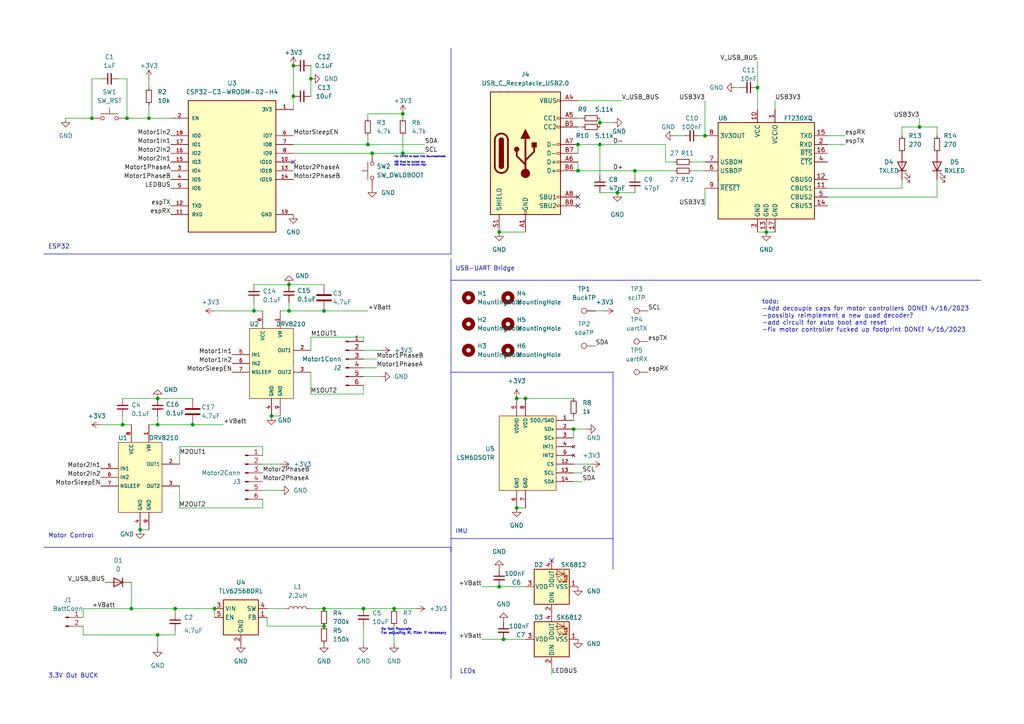
<source format=kicad_sch>
(kicad_sch (version 20230121) (generator eeschema)
  (paper "A4")
  (lib_symbols
    (symbol "Connector:Conn_01x02_Male" (pin_names (offset 1.016) hide)
      (property "Reference" "J" (at 0 2.54 0))
      (property "Value" "Conn_01x02_Male" (at 0 -5.08 0))
      (symbol "Conn_01x02_Male_1_1"
        (polyline (pts (xy 1.27 -2.54) (xy 0.8636 -2.54)) (stroke (width 0.1524)))
        (polyline (pts (xy 1.27 0) (xy 0.8636 0)) (stroke (width 0.1524)))
        (rectangle (start 0.8636 -2.413) (end 0 -2.667) (stroke (width 0.1524)) (fill (type outline)))
        (rectangle (start 0.8636 0.127) (end 0 -0.127) (stroke (width 0.1524)) (fill (type outline)))
        (pin passive line (at 5.08 0 180) (length 3.81) (name "Pin_1") (number "1"))
        (pin passive line (at 5.08 -2.54 180) (length 3.81) (name "Pin_2") (number "2"))
      )
    )
    (symbol "Connector:Conn_01x06_Male" (pin_names (offset 1.016) hide)
      (property "Reference" "J" (at 0 7.62 0))
      (property "Value" "Conn_01x06_Male" (at 0 -10.16 0))
      (symbol "Conn_01x06_Male_1_1"
        (polyline (pts (xy 1.27 -7.62) (xy 0.8636 -7.62)) (stroke (width 0.1524)))
        (polyline (pts (xy 1.27 -5.08) (xy 0.8636 -5.08)) (stroke (width 0.1524)))
        (polyline (pts (xy 1.27 -2.54) (xy 0.8636 -2.54)) (stroke (width 0.1524)))
        (polyline (pts (xy 1.27 0) (xy 0.8636 0)) (stroke (width 0.1524)))
        (polyline (pts (xy 1.27 2.54) (xy 0.8636 2.54)) (stroke (width 0.1524)))
        (polyline (pts (xy 1.27 5.08) (xy 0.8636 5.08)) (stroke (width 0.1524)))
        (rectangle (start 0.8636 -7.493) (end 0 -7.747) (stroke (width 0.1524)) (fill (type outline)))
        (rectangle (start 0.8636 -4.953) (end 0 -5.207) (stroke (width 0.1524)) (fill (type outline)))
        (rectangle (start 0.8636 -2.413) (end 0 -2.667) (stroke (width 0.1524)) (fill (type outline)))
        (rectangle (start 0.8636 0.127) (end 0 -0.127) (stroke (width 0.1524)) (fill (type outline)))
        (rectangle (start 0.8636 2.667) (end 0 2.413) (stroke (width 0.1524)) (fill (type outline)))
        (rectangle (start 0.8636 5.207) (end 0 4.953) (stroke (width 0.1524)) (fill (type outline)))
        (pin passive line (at 5.08 5.08 180) (length 3.81) (name "Pin_1") (number "1"))
        (pin passive line (at 5.08 2.54 180) (length 3.81) (name "Pin_2") (number "2"))
        (pin passive line (at 5.08 0 180) (length 3.81) (name "Pin_3") (number "3"))
        (pin passive line (at 5.08 -2.54 180) (length 3.81) (name "Pin_4") (number "4"))
        (pin passive line (at 5.08 -5.08 180) (length 3.81) (name "Pin_5") (number "5"))
        (pin passive line (at 5.08 -7.62 180) (length 3.81) (name "Pin_6") (number "6"))
      )
    )
    (symbol "Connector:TestPoint" (pin_numbers hide) (pin_names (offset 0.762) hide)
      (property "Reference" "TP" (at 0 6.858 0))
      (property "Value" "TestPoint" (at 0 5.08 0))
      (symbol "TestPoint_0_1"
        (circle (center 0 3.302) (radius 0.762))
      )
      (symbol "TestPoint_1_1"
        (pin passive line (at 0 0 90) (length 2.54) (name "1") (number "1"))
      )
    )
    (symbol "Connector:USB_C_Receptacle_USB2.0" (pin_names (offset 1.016))
      (property "Reference" "J" (at -10.16 19.05 0))
      (property "Value" "USB_C_Receptacle_USB2.0" (at 19.05 19.05 0))
      (symbol "USB_C_Receptacle_USB2.0_0_0"
        (rectangle (start -0.254 -17.78) (end 0.254 -16.764))
        (rectangle (start 10.16 -14.986) (end 9.144 -15.494))
        (rectangle (start 10.16 -12.446) (end 9.144 -12.954))
        (rectangle (start 10.16 -4.826) (end 9.144 -5.334))
        (rectangle (start 10.16 -2.286) (end 9.144 -2.794))
        (rectangle (start 10.16 0.254) (end 9.144 -0.254))
        (rectangle (start 10.16 2.794) (end 9.144 2.286))
        (rectangle (start 10.16 7.874) (end 9.144 7.366))
        (rectangle (start 10.16 10.414) (end 9.144 9.906))
        (rectangle (start 10.16 15.494) (end 9.144 14.986))
      )
      (symbol "USB_C_Receptacle_USB2.0_0_1"
        (rectangle (start -10.16 17.78) (end 10.16 -17.78) (stroke (width 0.254)) (fill (type background)))
        (arc (start -8.89 -3.81) (mid -6.985 -5.7067) (end -5.08 -3.81) (stroke (width 0.508)))
        (arc (start -7.62 -3.81) (mid -6.985 -4.4423) (end -6.35 -3.81) (stroke (width 0.254)))
        (arc (start -7.62 -3.81) (mid -6.985 -4.4423) (end -6.35 -3.81) (stroke (width 0.254)) (fill (type outline)))
        (rectangle (start -7.62 -3.81) (end -6.35 3.81) (stroke (width 0.254)) (fill (type outline)))
        (arc (start -6.35 3.81) (mid -6.985 4.4423) (end -7.62 3.81) (stroke (width 0.254)))
        (arc (start -6.35 3.81) (mid -6.985 4.4423) (end -7.62 3.81) (stroke (width 0.254)) (fill (type outline)))
        (arc (start -5.08 3.81) (mid -6.985 5.7067) (end -8.89 3.81) (stroke (width 0.508)))
        (circle (center -2.54 1.143) (radius 0.635) (stroke (width 0.254)) (fill (type outline)))
        (circle (center 0 -5.842) (radius 1.27) (fill (type outline)))
        (polyline (pts (xy -8.89 -3.81) (xy -8.89 3.81)) (stroke (width 0.508)))
        (polyline (pts (xy -5.08 3.81) (xy -5.08 -3.81)) (stroke (width 0.508)))
        (polyline (pts (xy 0 -5.842) (xy 0 4.318)) (stroke (width 0.508)))
        (polyline (pts (xy 0 -3.302) (xy -2.54 -0.762) (xy -2.54 0.508)) (stroke (width 0.508)))
        (polyline (pts (xy 0 -2.032) (xy 2.54 0.508) (xy 2.54 1.778)) (stroke (width 0.508)))
        (polyline (pts (xy -1.27 4.318) (xy 0 6.858) (xy 1.27 4.318) (xy -1.27 4.318)) (stroke (width 0.254)) (fill (type outline)))
        (rectangle (start 1.905 1.778) (end 3.175 3.048) (stroke (width 0.254)) (fill (type outline)))
      )
      (symbol "USB_C_Receptacle_USB2.0_1_1"
        (pin passive line (at 0 -22.86 90) (length 5.08) (name "GND") (number "A1"))
        (pin passive line (at 0 -22.86 90) (length 5.08) hide (name "GND") (number "A12"))
        (pin passive line (at 15.24 15.24 180) (length 5.08) (name "VBUS") (number "A4"))
        (pin bidirectional line (at 15.24 10.16 180) (length 5.08) (name "CC1") (number "A5"))
        (pin bidirectional line (at 15.24 -2.54 180) (length 5.08) (name "D+") (number "A6"))
        (pin bidirectional line (at 15.24 2.54 180) (length 5.08) (name "D-") (number "A7"))
        (pin bidirectional line (at 15.24 -12.7 180) (length 5.08) (name "SBU1") (number "A8"))
        (pin passive line (at 15.24 15.24 180) (length 5.08) hide (name "VBUS") (number "A9"))
        (pin passive line (at 0 -22.86 90) (length 5.08) hide (name "GND") (number "B1"))
        (pin passive line (at 0 -22.86 90) (length 5.08) hide (name "GND") (number "B12"))
        (pin passive line (at 15.24 15.24 180) (length 5.08) hide (name "VBUS") (number "B4"))
        (pin bidirectional line (at 15.24 7.62 180) (length 5.08) (name "CC2") (number "B5"))
        (pin bidirectional line (at 15.24 -5.08 180) (length 5.08) (name "D+") (number "B6"))
        (pin bidirectional line (at 15.24 0 180) (length 5.08) (name "D-") (number "B7"))
        (pin bidirectional line (at 15.24 -15.24 180) (length 5.08) (name "SBU2") (number "B8"))
        (pin passive line (at 15.24 15.24 180) (length 5.08) hide (name "VBUS") (number "B9"))
        (pin passive line (at -7.62 -22.86 90) (length 5.08) (name "SHIELD") (number "S1"))
      )
    )
    (symbol "Device:C" (pin_numbers hide) (pin_names (offset 0.254))
      (property "Reference" "C" (at 0.635 2.54 0))
      (property "Value" "C" (at 0.635 -2.54 0))
      (symbol "C_0_1"
        (polyline (pts (xy -2.032 -0.762) (xy 2.032 -0.762)) (stroke (width 0.508)))
        (polyline (pts (xy -2.032 0.762) (xy 2.032 0.762)) (stroke (width 0.508)))
      )
      (symbol "C_1_1"
        (pin passive line (at 0 3.81 270) (length 2.794) (name "~") (number "1"))
        (pin passive line (at 0 -3.81 90) (length 2.794) (name "~") (number "2"))
      )
    )
    (symbol "Device:C_Small" (pin_numbers hide) (pin_names (offset 0.254) hide)
      (property "Reference" "C" (at 0.254 1.778 0))
      (property "Value" "C_Small" (at 0.254 -2.032 0))
      (symbol "C_Small_0_1"
        (polyline (pts (xy -1.524 -0.508) (xy 1.524 -0.508)) (stroke (width 0.3302)))
        (polyline (pts (xy -1.524 0.508) (xy 1.524 0.508)) (stroke (width 0.3048)))
      )
      (symbol "C_Small_1_1"
        (pin passive line (at 0 2.54 270) (length 2.032) (name "~") (number "1"))
        (pin passive line (at 0 -2.54 90) (length 2.032) (name "~") (number "2"))
      )
    )
    (symbol "Device:D" (pin_numbers hide) (pin_names (offset 1.016) hide)
      (property "Reference" "D" (at 0 2.54 0))
      (property "Value" "D" (at 0 -2.54 0))
      (symbol "D_0_1"
        (polyline (pts (xy -1.27 1.27) (xy -1.27 -1.27)) (stroke (width 0.254)))
        (polyline (pts (xy 1.27 0) (xy -1.27 0)))
        (polyline (pts (xy 1.27 1.27) (xy 1.27 -1.27) (xy -1.27 0) (xy 1.27 1.27)) (stroke (width 0.254)))
      )
      (symbol "D_1_1"
        (pin passive line (at -3.81 0 0) (length 2.54) (name "K") (number "1"))
        (pin passive line (at 3.81 0 180) (length 2.54) (name "A") (number "2"))
      )
    )
    (symbol "Device:L" (pin_numbers hide) (pin_names (offset 1.016) hide)
      (property "Reference" "L" (at -1.27 0 90))
      (property "Value" "L" (at 1.905 0 90))
      (symbol "L_0_1"
        (arc (start 0 -2.54) (mid 0.6323 -1.905) (end 0 -1.27))
        (arc (start 0 -1.27) (mid 0.6323 -0.635) (end 0 0))
        (arc (start 0 0) (mid 0.6323 0.635) (end 0 1.27))
        (arc (start 0 1.27) (mid 0.6323 1.905) (end 0 2.54))
      )
      (symbol "L_1_1"
        (pin passive line (at 0 3.81 270) (length 1.27) (name "1") (number "1"))
        (pin passive line (at 0 -3.81 90) (length 1.27) (name "2") (number "2"))
      )
    )
    (symbol "Device:LED" (pin_numbers hide) (pin_names (offset 1.016) hide)
      (property "Reference" "D" (at 0 2.54 0))
      (property "Value" "LED" (at 0 -2.54 0))
      (symbol "LED_0_1"
        (polyline (pts (xy -1.27 -1.27) (xy -1.27 1.27)) (stroke (width 0.254)))
        (polyline (pts (xy -1.27 0) (xy 1.27 0)))
        (polyline (pts (xy 1.27 -1.27) (xy 1.27 1.27) (xy -1.27 0) (xy 1.27 -1.27)) (stroke (width 0.254)))
        (polyline (pts (xy -3.048 -0.762) (xy -4.572 -2.286) (xy -3.81 -2.286) (xy -4.572 -2.286) (xy -4.572 -1.524)))
        (polyline (pts (xy -1.778 -0.762) (xy -3.302 -2.286) (xy -2.54 -2.286) (xy -3.302 -2.286) (xy -3.302 -1.524)))
      )
      (symbol "LED_1_1"
        (pin passive line (at -3.81 0 0) (length 2.54) (name "K") (number "1"))
        (pin passive line (at 3.81 0 180) (length 2.54) (name "A") (number "2"))
      )
    )
    (symbol "Device:R_Small" (pin_numbers hide) (pin_names (offset 0.254) hide)
      (property "Reference" "R" (at 0.762 0.508 0))
      (property "Value" "R_Small" (at 0.762 -1.016 0))
      (symbol "R_Small_0_1"
        (rectangle (start -0.762 1.778) (end 0.762 -1.778) (stroke (width 0.2032)))
      )
      (symbol "R_Small_1_1"
        (pin passive line (at 0 2.54 270) (length 0.762) (name "~") (number "1"))
        (pin passive line (at 0 -2.54 90) (length 0.762) (name "~") (number "2"))
      )
    )
    (symbol "Interface_USB:FT230XQ"
      (property "Reference" "U" (at -13.97 15.24 0))
      (property "Value" "FT230XQ" (at 7.62 15.24 0))
      (symbol "FT230XQ_0_1"
        (rectangle (start -13.97 13.97) (end 13.97 -13.97) (stroke (width 0.254)) (fill (type background)))
      )
      (symbol "FT230XQ_1_1"
        (pin power_in line (at 2.54 17.78 270) (length 3.81) (name "VCCIO") (number "1"))
        (pin power_in line (at -2.54 17.78 270) (length 3.81) (name "VCC") (number "10"))
        (pin bidirectional line (at 17.78 -5.08 180) (length 3.81) (name "CBUS1") (number "11"))
        (pin bidirectional line (at 17.78 -2.54 180) (length 3.81) (name "CBUS0") (number "12"))
        (pin power_in line (at 0 -17.78 90) (length 3.81) (name "GND") (number "13"))
        (pin bidirectional line (at 17.78 -10.16 180) (length 3.81) (name "CBUS3") (number "14"))
        (pin output line (at 17.78 10.16 180) (length 3.81) (name "TXD") (number "15"))
        (pin output line (at 17.78 5.08 180) (length 3.81) (name "~{RTS}") (number "16"))
        (pin power_in line (at 2.54 -17.78 90) (length 3.81) (name "GND") (number "17"))
        (pin input line (at 17.78 7.62 180) (length 3.81) (name "RXD") (number "2"))
        (pin power_in line (at -2.54 -17.78 90) (length 3.81) (name "GND") (number "3"))
        (pin input line (at 17.78 2.54 180) (length 3.81) (name "~{CTS}") (number "4"))
        (pin bidirectional line (at 17.78 -7.62 180) (length 3.81) (name "CBUS2") (number "5"))
        (pin bidirectional line (at -17.78 0 0) (length 3.81) (name "USBDP") (number "6"))
        (pin bidirectional line (at -17.78 2.54 0) (length 3.81) (name "USBDM") (number "7"))
        (pin power_out line (at -17.78 10.16 0) (length 3.81) (name "3V3OUT") (number "8"))
        (pin input line (at -17.78 -5.08 0) (length 3.81) (name "~{RESET}") (number "9"))
      )
    )
    (symbol "LED:SK6812" (pin_names (offset 0.254))
      (property "Reference" "D" (at 5.08 5.715 0))
      (property "Value" "SK6812" (at 1.27 -5.715 0))
      (symbol "SK6812_0_0"
        (text "RGB" (at 2.286 -4.191 0) (effects (font (size 0.762 0.762))))
      )
      (symbol "SK6812_0_1"
        (polyline (pts (xy 1.27 -3.556) (xy 1.778 -3.556)))
        (polyline (pts (xy 1.27 -2.54) (xy 1.778 -2.54)))
        (polyline (pts (xy 4.699 -3.556) (xy 2.667 -3.556)))
        (polyline (pts (xy 2.286 -2.54) (xy 1.27 -3.556) (xy 1.27 -3.048)))
        (polyline (pts (xy 2.286 -1.524) (xy 1.27 -2.54) (xy 1.27 -2.032)))
        (polyline (pts (xy 3.683 -1.016) (xy 3.683 -3.556) (xy 3.683 -4.064)))
        (polyline (pts (xy 4.699 -1.524) (xy 2.667 -1.524) (xy 3.683 -3.556) (xy 4.699 -1.524)))
        (rectangle (start 5.08 5.08) (end -5.08 -5.08) (stroke (width 0.254)) (fill (type background)))
      )
      (symbol "SK6812_1_1"
        (pin power_in line (at 0 -7.62 90) (length 2.54) (name "VSS") (number "1"))
        (pin input line (at -7.62 0 0) (length 2.54) (name "DIN") (number "2"))
        (pin power_in line (at 0 7.62 270) (length 2.54) (name "VDD") (number "3"))
        (pin output line (at 7.62 0 180) (length 2.54) (name "DOUT") (number "4"))
      )
    )
    (symbol "Mechanical:MountingHole" (pin_names (offset 1.016))
      (property "Reference" "H" (at 0 5.08 0))
      (property "Value" "MountingHole" (at 0 3.175 0))
      (symbol "MountingHole_0_1"
        (circle (center 0 0) (radius 1.27) (stroke (width 1.27)))
      )
    )
    (symbol "MiniDusty:DRV8220DSG"
      (property "Reference" "U" (at -5.08 0 0))
      (property "Value" "DRV8220DSG" (at 7.62 0 0))
      (symbol "DRV8220DSG_0_0"
        (pin power_in line (at 2.54 3.81 270) (length 5.08) (name "VM") (number "1"))
        (pin output line (at 11.43 -7.62 180) (length 5.08) (name "OUT1") (number "2"))
        (pin output line (at 11.43 -13.97 180) (length 5.08) (name "OUT2") (number "3"))
        (pin power_in line (at 0 -26.67 90) (length 5.08) (name "GND") (number "4"))
      )
      (symbol "DRV8220DSG_0_1"
        (rectangle (start -6.35 -1.27) (end 6.35 -21.59) (fill (type background)))
      )
      (symbol "DRV8220DSG_1_0"
        (pin input line (at -11.43 -8.89 0) (length 5.08) (name "IN1") (number "5"))
        (pin input line (at -11.43 -11.43 0) (length 5.08) (name "IN2") (number "6"))
        (pin input line (at -11.43 -13.97 0) (length 5.08) (name "NSLEEP") (number "7"))
        (pin input line (at -2.54 3.81 270) (length 5.08) (name "VCC") (number "8"))
        (pin power_in line (at 2.54 -26.67 90) (length 5.08) (name "GND") (number "9"))
      )
    )
    (symbol "MiniDusty:ESP32-C3-WROOM-02-H4" (pin_names (offset 1.016))
      (property "Reference" "U" (at -12.7 21.082 0))
      (property "Value" "ESP32-C3-WROOM-02-H4" (at -12.7 -18.542 0))
      (symbol "ESP32-C3-WROOM-02-H4_0_0"
        (rectangle (start -12.7 -17.78) (end 12.7 20.32) (stroke (width 0.254)) (fill (type background)))
        (pin power_in line (at 17.78 17.78 180) (length 5.08) (name "3V3") (number "1"))
        (pin bidirectional line (at 17.78 2.54 180) (length 5.08) (name "IO10") (number "10"))
        (pin bidirectional line (at -17.78 -12.7 0) (length 5.08) (name "RXD") (number "11"))
        (pin bidirectional line (at -17.78 -10.16 0) (length 5.08) (name "TXD") (number "12"))
        (pin bidirectional line (at 17.78 0 180) (length 5.08) (name "IO18") (number "13"))
        (pin bidirectional line (at 17.78 -2.54 180) (length 5.08) (name "IO19") (number "14"))
        (pin bidirectional line (at -17.78 2.54 0) (length 5.08) (name "IO3") (number "15"))
        (pin bidirectional line (at -17.78 5.08 0) (length 5.08) (name "IO2") (number "16"))
        (pin bidirectional line (at -17.78 7.62 0) (length 5.08) (name "IO1") (number "17"))
        (pin bidirectional line (at -17.78 10.16 0) (length 5.08) (name "IO0") (number "18"))
        (pin power_in line (at 17.78 -12.7 180) (length 5.08) (name "GND") (number "19"))
        (pin input line (at -17.78 15.24 0) (length 5.08) (name "EN") (number "2"))
        (pin bidirectional line (at -17.78 0 0) (length 5.08) (name "IO4") (number "3"))
        (pin bidirectional line (at -17.78 -2.54 0) (length 5.08) (name "IO5") (number "4"))
        (pin bidirectional line (at -17.78 -5.08 0) (length 5.08) (name "IO6") (number "5"))
        (pin bidirectional line (at 17.78 10.16 180) (length 5.08) (name "IO7") (number "6"))
        (pin bidirectional line (at 17.78 7.62 180) (length 5.08) (name "IO8") (number "7"))
        (pin bidirectional line (at 17.78 5.08 180) (length 5.08) (name "IO9") (number "8"))
      )
    )
    (symbol "MiniDusty:LSM6DSOTR"
      (property "Reference" "U" (at -11.43 -1.27 0))
      (property "Value" "LSM6DSOTR" (at 1.27 -1.27 0))
      (symbol "LSM6DSOTR_0_0"
        (pin input line (at 8.89 -3.81 180) (length 5.08) (name "SDO/SA0") (number "1"))
        (pin input line (at 8.89 -16.51 180) (length 5.08) (name "CS") (number "12"))
        (pin input line (at 8.89 -19.05 180) (length 5.08) (name "SCL") (number "13"))
        (pin bidirectional line (at 8.89 -21.59 180) (length 5.08) (name "SDA") (number "14"))
        (pin input line (at 8.89 -6.35 180) (length 5.08) (name "SDx") (number "2"))
        (pin input line (at 8.89 -8.89 180) (length 5.08) (name "SCx") (number "3"))
        (pin no_connect line (at 8.89 -11.43 180) (length 5.08) (name "INT1") (number "4"))
        (pin power_in line (at -7.62 2.54 270) (length 5.08) (name "VDDIO") (number "5"))
        (pin power_in line (at -7.62 -29.21 90) (length 5.08) (name "GND") (number "6"))
        (pin power_in line (at -5.08 -29.21 90) (length 5.08) (name "GND") (number "7"))
        (pin power_in line (at -5.08 2.54 270) (length 5.08) (name "VDD") (number "8"))
        (pin no_connect line (at 8.89 -13.97 180) (length 5.08) (name "INT2") (number "9"))
      )
      (symbol "LSM6DSOTR_0_1"
        (rectangle (start -12.7 -2.54) (end 3.81 -24.13) (fill (type background)))
      )
    )
    (symbol "Regulator_Switching:TLV62568DRL"
      (property "Reference" "U" (at -5.08 6.35 0))
      (property "Value" "TLV62568DRL" (at 0 6.35 0))
      (symbol "TLV62568DRL_0_1"
        (rectangle (start -5.08 5.08) (end 5.08 -5.08) (stroke (width 0.254)) (fill (type background)))
      )
      (symbol "TLV62568DRL_1_1"
        (pin input line (at 7.62 0 180) (length 2.54) (name "FB") (number "1"))
        (pin power_in line (at 0 -7.62 90) (length 2.54) (name "GND") (number "2"))
        (pin power_in line (at -7.62 2.54 0) (length 2.54) (name "VIN") (number "3"))
        (pin power_out line (at 7.62 2.54 180) (length 2.54) (name "SW") (number "4"))
        (pin input line (at -7.62 0 0) (length 2.54) (name "EN") (number "5"))
        (pin no_connect line (at 5.08 -2.54 180) (length 2.54) hide (name "NC") (number "6"))
      )
    )
    (symbol "Switch:SW_Push" (pin_numbers hide) (pin_names (offset 1.016) hide)
      (property "Reference" "SW" (at 1.27 2.54 0))
      (property "Value" "SW_Push" (at 0 -1.524 0))
      (symbol "SW_Push_0_1"
        (circle (center -2.032 0) (radius 0.508))
        (polyline (pts (xy 0 1.27) (xy 0 3.048)))
        (polyline (pts (xy 2.54 1.27) (xy -2.54 1.27)))
        (circle (center 2.032 0) (radius 0.508))
        (pin passive line (at -5.08 0 0) (length 2.54) (name "1") (number "1"))
        (pin passive line (at 5.08 0 180) (length 2.54) (name "2") (number "2"))
      )
    )
    (symbol "power:+3V3" (power) (pin_names (offset 0))
      (property "Value" "+3V3" (at 0 3.556 0))
      (symbol "+3V3_0_1"
        (polyline (pts (xy -0.762 1.27) (xy 0 2.54)))
        (polyline (pts (xy 0 0) (xy 0 2.54)))
        (polyline (pts (xy 0 2.54) (xy 0.762 1.27)))
      )
      (symbol "+3V3_1_1"
        (pin power_in line (at 0 0 90) (length 0) hide (name "+3V3") (number "1"))
      )
    )
    (symbol "power:GND" (power) (pin_names (offset 0))
      (property "Value" "GND" (at 0 -3.81 0))
      (symbol "GND_0_1"
        (polyline (pts (xy 0 0) (xy 0 -1.27) (xy 1.27 -1.27) (xy 0 -2.54) (xy -1.27 -1.27) (xy 0 -1.27)))
      )
      (symbol "GND_1_1"
        (pin power_in line (at 0 0 270) (length 0) hide (name "GND") (number "1"))
      )
    )
  )
  (junction (at 166.37 124.46))
  (junction (at 45.72 115.57))
  (junction (at 38.1 176.53))
  (junction (at 167.64 49.53))
  (junction (at 78.74 120.65))
  (junction (at 36.83 34.29))
  (junction (at 62.23 176.53))
  (junction (at 116.84 44.45))
  (junction (at 35.56 123.19))
  (junction (at 45.72 184.15))
  (junction (at 173.99 41.91))
  (junction (at 114.3 176.53))
  (junction (at 222.25 67.31))
  (junction (at 149.86 147.32))
  (junction (at 105.41 176.53))
  (junction (at 152.4 115.57))
  (junction (at 85.09 27.94))
  (junction (at 45.72 123.19))
  (junction (at 83.82 90.17))
  (junction (at 107.95 44.45))
  (junction (at 106.68 41.91))
  (junction (at 93.98 181.61))
  (junction (at 204.47 39.37))
  (junction (at 43.18 34.29))
  (junction (at 83.82 82.55))
  (junction (at 93.98 90.17))
  (junction (at 55.88 123.19))
  (junction (at 266.7 36.83))
  (junction (at 116.84 33.02))
  (junction (at 179.07 55.88))
  (junction (at 40.64 153.67))
  (junction (at 144.78 170.18))
  (junction (at 93.98 176.53))
  (junction (at 146.05 185.42))
  (junction (at 50.8 176.53))
  (junction (at 219.71 25.4))
  (junction (at 173.99 35.56))
  (junction (at 184.15 49.53))
  (junction (at 90.17 22.86))
  (junction (at 149.86 115.57))
  (junction (at 73.66 90.17))
  (junction (at 26.67 34.29))
  (junction (at 144.78 67.31))
  (junction (at 167.64 41.91))
  (junction (at 85.09 19.05))
  (no_connect (at 167.64 59.69))
  (no_connect (at 85.09 46.99))
  (no_connect (at 167.64 57.15))
  (no_connect (at 160.02 162.56))
  (wire (pts (xy 85.09 27.94) (xy 85.09 31.75)))
  (wire (pts (xy 168.91 139.7) (xy 166.37 139.7)))
  (wire (pts (xy 26.67 22.86) (xy 26.67 34.29)))
  (wire (pts (xy 240.03 54.61) (xy 261.62 54.61)))
  (wire (pts (xy 152.4 170.18) (xy 144.78 170.18)))
  (wire (pts (xy 78.74 120.65) (xy 81.28 120.65)))
  (polyline (pts (xy 130.81 156.21) (xy 177.8 156.21)))
  (wire (pts (xy 77.47 181.61) (xy 77.47 179.07)))
  (wire (pts (xy 24.13 181.61) (xy 24.13 184.15)))
  (wire (pts (xy 45.72 184.15) (xy 50.8 184.15)))
  (wire (pts (xy 90.17 176.53) (xy 93.98 176.53)))
  (wire (pts (xy 173.99 41.91) (xy 193.04 41.91)))
  (polyline (pts (xy 130.81 13.97) (xy 130.81 73.66)))
  (wire (pts (xy 144.78 67.31) (xy 152.4 67.31)))
  (wire (pts (xy 245.11 39.37) (xy 240.03 39.37)))
  (wire (pts (xy 90.17 101.6) (xy 90.17 97.79)))
  (wire (pts (xy 90.17 107.95) (xy 90.17 114.3)))
  (wire (pts (xy 184.15 49.53) (xy 184.15 50.8)))
  (wire (pts (xy 36.83 34.29) (xy 43.18 34.29)))
  (wire (pts (xy 43.18 123.19) (xy 45.72 123.19)))
  (wire (pts (xy 81.28 134.62) (xy 76.2 134.62)))
  (wire (pts (xy 62.23 176.53) (xy 62.23 179.07)))
  (wire (pts (xy 106.68 33.02) (xy 106.68 34.29)))
  (wire (pts (xy 85.09 44.45) (xy 107.95 44.45)))
  (wire (pts (xy 90.17 114.3) (xy 105.41 114.3)))
  (wire (pts (xy 222.25 67.31) (xy 224.79 67.31)))
  (wire (pts (xy 173.99 35.56) (xy 173.99 36.83)))
  (wire (pts (xy 123.19 41.91) (xy 106.68 41.91)))
  (wire (pts (xy 43.18 30.48) (xy 43.18 34.29)))
  (wire (pts (xy 43.18 34.29) (xy 49.53 34.29)))
  (wire (pts (xy 167.64 49.53) (xy 184.15 49.53)))
  (wire (pts (xy 271.78 36.83) (xy 271.78 39.37)))
  (wire (pts (xy 90.17 22.86) (xy 90.17 27.94)))
  (wire (pts (xy 38.1 176.53) (xy 50.8 176.53)))
  (polyline (pts (xy 12.7 158.75) (xy 130.81 158.75)))
  (wire (pts (xy 24.13 176.53) (xy 38.1 176.53)))
  (polyline (pts (xy 177.8 156.21) (xy 177.8 165.1)))
  (wire (pts (xy 195.58 39.37) (xy 198.12 39.37)))
  (wire (pts (xy 139.7 170.18) (xy 144.78 170.18)))
  (wire (pts (xy 105.41 97.79) (xy 105.41 99.06)))
  (wire (pts (xy 193.04 41.91) (xy 193.04 46.99)))
  (wire (pts (xy 219.71 67.31) (xy 222.25 67.31)))
  (wire (pts (xy 240.03 57.15) (xy 271.78 57.15)))
  (wire (pts (xy 76.2 132.08) (xy 76.2 129.54)))
  (wire (pts (xy 266.7 34.29) (xy 266.7 36.83)))
  (wire (pts (xy 193.04 46.99) (xy 195.58 46.99)))
  (wire (pts (xy 73.66 82.55) (xy 83.82 82.55)))
  (wire (pts (xy 76.2 129.54) (xy 52.07 129.54)))
  (wire (pts (xy 271.78 52.07) (xy 271.78 57.15)))
  (wire (pts (xy 261.62 36.83) (xy 266.7 36.83)))
  (wire (pts (xy 40.64 153.67) (xy 43.18 153.67)))
  (wire (pts (xy 50.8 177.8) (xy 50.8 176.53)))
  (wire (pts (xy 114.3 186.69) (xy 114.3 181.61)))
  (wire (pts (xy 168.91 36.83) (xy 167.64 36.83)))
  (wire (pts (xy 83.82 90.17) (xy 93.98 90.17)))
  (wire (pts (xy 55.88 123.19) (xy 64.77 123.19)))
  (wire (pts (xy 173.99 41.91) (xy 173.99 50.8)))
  (wire (pts (xy 204.47 29.21) (xy 204.47 39.37)))
  (wire (pts (xy 116.84 39.37) (xy 116.84 44.45)))
  (wire (pts (xy 52.07 140.97) (xy 52.07 147.32)))
  (wire (pts (xy 179.07 55.88) (xy 184.15 55.88)))
  (wire (pts (xy 168.91 137.16) (xy 166.37 137.16)))
  (wire (pts (xy 52.07 147.32) (xy 76.2 147.32)))
  (polyline (pts (xy 177.8 107.95) (xy 130.81 107.95)))
  (wire (pts (xy 76.2 147.32) (xy 76.2 144.78)))
  (wire (pts (xy 152.4 115.57) (xy 166.37 115.57)))
  (wire (pts (xy 93.98 176.53) (xy 105.41 176.53)))
  (wire (pts (xy 35.56 115.57) (xy 45.72 115.57)))
  (wire (pts (xy 110.49 101.6) (xy 105.41 101.6)))
  (wire (pts (xy 34.29 22.86) (xy 36.83 22.86)))
  (wire (pts (xy 38.1 168.91) (xy 38.1 176.53)))
  (wire (pts (xy 19.05 34.29) (xy 26.67 34.29)))
  (wire (pts (xy 50.8 184.15) (xy 50.8 182.88)))
  (wire (pts (xy 261.62 52.07) (xy 261.62 54.61)))
  (wire (pts (xy 81.28 90.17) (xy 83.82 90.17)))
  (wire (pts (xy 213.36 25.4) (xy 214.63 25.4)))
  (wire (pts (xy 204.47 59.69) (xy 204.47 54.61)))
  (wire (pts (xy 123.19 44.45) (xy 116.84 44.45)))
  (wire (pts (xy 171.45 134.62) (xy 166.37 134.62)))
  (wire (pts (xy 45.72 184.15) (xy 45.72 187.96)))
  (wire (pts (xy 105.41 176.53) (xy 114.3 176.53)))
  (polyline (pts (xy 130.81 81.28) (xy 284.48 81.28)))
  (wire (pts (xy 168.91 34.29) (xy 167.64 34.29)))
  (wire (pts (xy 167.64 41.91) (xy 167.64 44.45)))
  (wire (pts (xy 167.64 46.99) (xy 167.64 49.53)))
  (wire (pts (xy 43.18 22.86) (xy 43.18 25.4)))
  (wire (pts (xy 160.02 195.58) (xy 160.02 193.04)))
  (wire (pts (xy 167.64 29.21) (xy 180.34 29.21)))
  (wire (pts (xy 149.86 147.32) (xy 152.4 147.32)))
  (wire (pts (xy 106.68 33.02) (xy 116.84 33.02)))
  (wire (pts (xy 35.56 123.19) (xy 38.1 123.19)))
  (wire (pts (xy 110.49 109.22) (xy 105.41 109.22)))
  (wire (pts (xy 139.7 185.42) (xy 146.05 185.42)))
  (wire (pts (xy 81.28 142.24) (xy 76.2 142.24)))
  (wire (pts (xy 105.41 186.69) (xy 105.41 181.61)))
  (wire (pts (xy 175.26 90.17) (xy 172.72 90.17)))
  (polyline (pts (xy 12.7 73.66) (xy 130.81 73.66)))
  (wire (pts (xy 152.4 185.42) (xy 146.05 185.42)))
  (wire (pts (xy 170.18 124.46) (xy 166.37 124.46)))
  (wire (pts (xy 73.66 90.17) (xy 76.2 90.17)))
  (wire (pts (xy 219.71 17.78) (xy 219.71 25.4)))
  (wire (pts (xy 52.07 129.54) (xy 52.07 134.62)))
  (wire (pts (xy 45.72 123.19) (xy 55.88 123.19)))
  (wire (pts (xy 261.62 36.83) (xy 261.62 39.37)))
  (wire (pts (xy 90.17 19.05) (xy 90.17 22.86)))
  (wire (pts (xy 83.82 87.63) (xy 83.82 90.17)))
  (wire (pts (xy 224.79 29.21) (xy 224.79 31.75)))
  (wire (pts (xy 24.13 184.15) (xy 45.72 184.15)))
  (wire (pts (xy 36.83 22.86) (xy 36.83 34.29)))
  (wire (pts (xy 106.68 39.37) (xy 106.68 41.91)))
  (wire (pts (xy 105.41 114.3) (xy 105.41 111.76)))
  (wire (pts (xy 85.09 19.05) (xy 85.09 27.94)))
  (wire (pts (xy 93.98 90.17) (xy 106.68 90.17)))
  (wire (pts (xy 93.98 181.61) (xy 77.47 181.61)))
  (wire (pts (xy 105.41 106.68) (xy 109.22 106.68)))
  (wire (pts (xy 203.2 39.37) (xy 204.47 39.37)))
  (wire (pts (xy 184.15 49.53) (xy 195.58 49.53)))
  (polyline (pts (xy 130.81 158.75) (xy 130.81 196.85)))
  (wire (pts (xy 24.13 179.07) (xy 24.13 176.53)))
  (wire (pts (xy 167.64 41.91) (xy 173.99 41.91)))
  (wire (pts (xy 166.37 120.65) (xy 166.37 121.92)))
  (wire (pts (xy 62.23 90.17) (xy 73.66 90.17)))
  (wire (pts (xy 177.8 35.56) (xy 173.99 35.56)))
  (wire (pts (xy 166.37 124.46) (xy 166.37 127)))
  (wire (pts (xy 219.71 25.4) (xy 219.71 31.75)))
  (wire (pts (xy 45.72 120.65) (xy 45.72 123.19)))
  (wire (pts (xy 149.86 115.57) (xy 152.4 115.57)))
  (wire (pts (xy 73.66 87.63) (xy 73.66 90.17)))
  (wire (pts (xy 50.8 176.53) (xy 62.23 176.53)))
  (wire (pts (xy 107.95 44.45) (xy 116.84 44.45)))
  (wire (pts (xy 173.99 55.88) (xy 179.07 55.88)))
  (wire (pts (xy 82.55 176.53) (xy 77.47 176.53)))
  (wire (pts (xy 90.17 97.79) (xy 105.41 97.79)))
  (wire (pts (xy 29.21 123.19) (xy 35.56 123.19)))
  (wire (pts (xy 200.66 46.99) (xy 204.47 46.99)))
  (wire (pts (xy 120.65 176.53) (xy 114.3 176.53)))
  (wire (pts (xy 200.66 49.53) (xy 204.47 49.53)))
  (wire (pts (xy 83.82 82.55) (xy 93.98 82.55)))
  (polyline (pts (xy 177.8 156.21) (xy 177.8 107.95)))
  (wire (pts (xy 105.41 104.14) (xy 109.22 104.14)))
  (wire (pts (xy 116.84 33.02) (xy 116.84 34.29)))
  (wire (pts (xy 245.11 41.91) (xy 240.03 41.91)))
  (wire (pts (xy 173.99 34.29) (xy 173.99 35.56)))
  (wire (pts (xy 266.7 36.83) (xy 271.78 36.83)))
  (wire (pts (xy 35.56 120.65) (xy 35.56 123.19)))
  (wire (pts (xy 85.09 41.91) (xy 106.68 41.91)))
  (wire (pts (xy 45.72 115.57) (xy 55.88 115.57)))
  (wire (pts (xy 29.21 22.86) (xy 26.67 22.86)))
  (polyline (pts (xy 130.81 74.93) (xy 130.81 160.02)))
  (text "USB-UART Bridge" (at 132.08 78.74 0) (effects (font (size 1.27 1.27)) (justify left bottom)))
  (text "LEDs" (at 133.35 195.58 0) (effects (font (size 1.27 1.27)) (justify left bottom)))
  (text "IMU" (at 132.08 154.94 0) (effects (font (size 1.27 1.27)) (justify left bottom)))
  (text "3.3V Out BUCK" (at 13.97 196.85 0) (effects (font (size 1.27 1.27)) (justify left bottom)))
  (text "For ESP32 to boot into Downloadmode\n\nIO9 Must be pulled low\nIO8 Must be pulled high" (at 114.3 48.26 0) (effects (font (size 0.5 0.5)) (justify left bottom)))
  (text "Do Not Populate\nFor adjusting RL filter if necessary" (at 110.49 184.15 0) (effects (font (size 0.7 0.7)) (justify left bottom)))
  (text "Motor Control" (at 13.97 156.21 0) (effects (font (size 1.27 1.27)) (justify left bottom)))
  (text "todo:\n-Add decouple caps for motor controllers DONE! 4/16/2023\n-possibly reimplement a new quad decoder?\n-add circuit for auto boot and reset\n-fix motor controller fucked up footprint DONE! 4/16/2023\n" (at 220.98 96.52 0) (effects (font (size 1.27 1.27)) (justify left bottom)))
  (text "ESP32\n" (at 13.97 72.39 0) (effects (font (size 1.27 1.27)) (justify left bottom)))
  (label "Motor1In1" (at 49.53 41.91 180))
  (label "D-" (at 177.8 41.91 0))
  (label "USB3V3" (at 224.79 29.21 0))
  (label "espRX" (at 49.53 62.23 180))
  (label "M2OUT2" (at 59.69 147.32 180))
  (label "espTX" (at 245.11 41.91 0))
  (label "Motor2In2" (at 29.21 138.43 180))
  (label "M2OUT1" (at 52.07 132.08 0))
  (label "Motor2In1" (at 49.53 46.99 180))
  (label "M1OUT2" (at 97.79 114.3 180))
  (label "LEDBUS" (at 160.02 195.58 0))
  (label "SCL" (at 187.96 90.17 0))
  (label "Motor1In2" (at 49.53 39.37 180))
  (label "MotorSleepEN" (at 67.31 107.95 180))
  (label "V_USB_BUS" (at 180.34 29.21 0))
  (label "Motor1PhaseA" (at 109.22 106.68 0))
  (label "USB3V3" (at 204.47 59.69 180))
  (label "SCL" (at 168.91 137.16 0))
  (label "espTX" (at 187.96 99.06 0))
  (label "Motor2In2" (at 49.53 44.45 180))
  (label "SDA" (at 172.72 100.33 0))
  (label "Motor2PhaseB" (at 76.2 137.16 0))
  (label "Motor1PhaseB" (at 109.22 104.14 0))
  (label "Motor1In1" (at 67.31 102.87 180))
  (label "+VBatt" (at 26.67 176.53 0))
  (label "espTX" (at 49.53 59.69 180))
  (label "Motor2In1" (at 29.21 135.89 180))
  (label "Motor2PhaseA" (at 85.09 49.53 0))
  (label "MotorSleepEN" (at 29.21 140.97 180))
  (label "LEDBUS" (at 49.53 54.61 180))
  (label "D+" (at 177.8 49.53 0))
  (label "Motor1PhaseB" (at 49.53 52.07 180))
  (label "+VBatt" (at 64.77 123.19 0))
  (label "Motor1PhaseA" (at 49.53 49.53 180))
  (label "SDA" (at 168.91 139.7 0))
  (label "Motor1In2" (at 67.31 105.41 180))
  (label "V_USB_BUS" (at 219.71 17.78 180))
  (label "SCL" (at 123.19 44.45 0))
  (label "M1OUT1" (at 90.17 97.79 0))
  (label "MotorSleepEN" (at 85.09 39.37 0))
  (label "+VBatt" (at 139.7 185.42 180))
  (label "USB3V3" (at 204.47 29.21 180))
  (label "USB3V3" (at 266.7 34.29 180))
  (label "Motor2PhaseA" (at 76.2 139.7 0))
  (label "+VBatt" (at 106.68 90.17 0))
  (label "Motor2PhaseB" (at 85.09 52.07 0))
  (label "V_USB_BUS" (at 30.48 168.91 180))
  (label "SDA" (at 123.19 41.91 0))
  (label "+VBatt" (at 139.7 170.18 180))
  (label "espRX" (at 187.96 107.95 0))
  (label "espRX" (at 245.11 39.37 0))
  (symbol (lib_id "Device:R_Small") (at 171.45 34.29 90) (unit 1)
    (property "Reference" "R9" (at 168.91 31.75 90))
    (property "Value" "5.11k" (at 175.26 31.75 90))
    (property "Footprint" "Resistor_SMD:R_0603_1608Metric" (effects hide))
  )
  (symbol (lib_id "Mechanical:MountingHole") (at 147.32 93.98 0) (unit 1)
    (property "Reference" "H5" (at 149.86 92.7099 0) (effects (justify left)))
    (property "Value" "MountingHole" (at 149.86 95.2499 0) (effects (justify left)))
    (property "Footprint" "MountingHole:MountingHole_3.2mm_M3" (effects hide))
  )
  (symbol (lib_id "power:GND") (at 45.72 187.96 0) (unit 1)
    (property "Reference" "#PWR0113" (effects hide))
    (property "Value" "GND" (at 45.72 193.04 0))
  )
  (symbol (lib_id "Device:R_Small") (at 261.62 41.91 180) (unit 1)
    (property "Reference" "R13" (at 265.43 39.37 0))
    (property "Value" "270" (at 265.43 41.91 0))
    (property "Footprint" "Resistor_SMD:R_0603_1608Metric" (effects hide))
  )
  (symbol (lib_id "Device:C_Small") (at 105.41 179.07 0) (unit 1)
    (property "Reference" "C5" (at 107.95 177.8062 0) (effects (justify left)))
    (property "Value" "10uF" (at 107.95 180.3462 0) (effects (justify left)))
    (property "Footprint" "Capacitor_SMD:C_0603_1608Metric" (effects hide))
  )
  (symbol (lib_id "Device:R_Small") (at 166.37 118.11 0) (unit 1)
    (property "Reference" "R8" (at 168.91 116.8399 0) (effects (justify left)))
    (property "Value" "1k" (at 168.91 119.3799 0) (effects (justify left)))
    (property "Footprint" "Resistor_SMD:R_0603_1608Metric" (effects hide))
  )
  (symbol (lib_id "power:+3V3") (at 175.26 90.17 270) (unit 1)
    (property "Reference" "#PWR0127" (effects hide))
    (property "Value" "+3V3" (at 172.72 87.63 90) (effects (justify left)))
  )
  (symbol (lib_id "Device:R_Small") (at 93.98 184.15 0) (unit 1)
    (property "Reference" "R5" (at 96.52 182.8799 0) (effects (justify left)))
    (property "Value" "150k" (at 96.52 185.4199 0) (effects (justify left)))
    (property "Footprint" "Resistor_SMD:R_0603_1608Metric" (effects hide))
  )
  (symbol (lib_id "MiniDusty:ESP32-C3-WROOM-02-H4") (at 67.31 49.53 0) (unit 1)
    (property "Reference" "U3" (at 67.31 24.13 0))
    (property "Value" "ESP32-C3-WROOM-02-H4" (at 67.31 26.67 0))
    (property "Footprint" "RF_Module:ESP-WROOM-02" (effects hide))
  )
  (symbol (lib_id "Connector:TestPoint") (at 172.72 100.33 90) (unit 1)
    (property "Reference" "TP2" (at 169.418 93.98 90))
    (property "Value" "sdaTP" (at 169.418 96.52 90))
    (property "Footprint" "TestPoint:TestPoint_Pad_1.5x1.5mm" (effects hide))
  )
  (symbol (lib_id "Device:R_Small") (at 43.18 27.94 0) (unit 1)
    (property "Reference" "R2" (at 45.72 26.6699 0) (effects (justify left)))
    (property "Value" "10k" (at 45.72 29.2099 0) (effects (justify left)))
    (property "Footprint" "Resistor_SMD:R_0603_1608Metric" (effects hide))
  )
  (symbol (lib_id "Device:C_Small") (at 200.66 39.37 270) (unit 1)
    (property "Reference" "C10" (at 200.6536 34.29 90))
    (property "Value" "100nF" (at 200.6536 36.83 90))
    (property "Footprint" "Capacitor_SMD:C_0603_1608Metric" (effects hide))
  )
  (symbol (lib_id "Mechanical:MountingHole") (at 135.89 86.36 0) (unit 1)
    (property "Reference" "H1" (at 138.43 85.0899 0) (effects (justify left)))
    (property "Value" "MountingHole" (at 138.43 87.6299 0) (effects (justify left)))
    (property "Footprint" "MountingHole:MountingHole_3.2mm_M3" (effects hide))
  )
  (symbol (lib_id "power:GND") (at 107.95 54.61 0) (unit 1)
    (property "Reference" "#PWR0110" (effects hide))
    (property "Value" "GND" (at 110.49 55.8799 0) (effects (justify left)))
  )
  (symbol (lib_id "power:GND") (at 179.07 55.88 0) (unit 1)
    (property "Reference" "#PWR0134" (effects hide))
    (property "Value" "GND" (at 179.07 62.23 0))
  )
  (symbol (lib_id "power:GND") (at 195.58 39.37 270) (unit 1)
    (property "Reference" "#PWR0135" (effects hide))
    (property "Value" "GND" (at 191.77 36.83 90) (effects (justify left)))
  )
  (symbol (lib_id "MiniDusty:LSM6DSOTR") (at 157.48 118.11 0) (unit 1)
    (property "Reference" "U5" (at 143.51 130.1749 0) (effects (justify right)))
    (property "Value" "LSM6DSOTR" (at 143.51 132.7149 0) (effects (justify right)))
    (property "Footprint" "Package_LGA:LGA-14_3x2.5mm_P0.5mm_LayoutBorder3x4y" (effects hide))
  )
  (symbol (lib_id "Device:R_Small") (at 114.3 179.07 0) (unit 1)
    (property "Reference" "R7" (at 116.84 177.7999 0) (effects (justify left)))
    (property "Value" "0" (at 116.84 180.3399 0) (effects (justify left)))
    (property "Footprint" "Capacitor_SMD:C_0603_1608Metric" (effects hide))
  )
  (symbol (lib_id "power:GND") (at 83.82 82.55 180) (unit 1)
    (property "Reference" "#PWR01" (effects hide))
    (property "Value" "GND" (at 87.63 80.01 0))
  )
  (symbol (lib_id "power:GND") (at 167.64 185.42 0) (unit 1)
    (property "Reference" "#PWR0129" (effects hide))
    (property "Value" "GND" (at 170.18 186.6899 0) (effects (justify left)))
  )
  (symbol (lib_id "Device:C_Small") (at 87.63 27.94 90) (unit 1)
    (property "Reference" "C13" (at 93.98 25.4 90))
    (property "Value" "10uF" (at 93.98 27.94 90))
    (property "Footprint" "Capacitor_SMD:C_0603_1608Metric" (effects hide))
  )
  (symbol (lib_id "power:GND") (at 114.3 186.69 0) (unit 1)
    (property "Reference" "#PWR0104" (effects hide))
    (property "Value" "GND" (at 114.3 191.77 0))
  )
  (symbol (lib_id "MiniDusty:DRV8220DSG") (at 78.74 93.98 0) (unit 1)
    (property "Reference" "U2" (at 72.39 93.98 0) (effects (justify left)))
    (property "Value" "DRV8210" (at 80.01 93.98 0) (effects (justify left)))
    (property "Footprint" "Package_SON:WSON-8-1EP_2x2mm_P0.5mm_EP0.9x1.6mm_ThermalVias" (effects hide))
  )
  (symbol (lib_id "LED:SK6812") (at 160.02 185.42 90) (unit 1)
    (property "Reference" "D3" (at 156.21 179.07 90))
    (property "Value" "SK6812" (at 165.1 179.07 90))
    (property "Footprint" "LED_SMD:LED_SK6812_PLCC4_5.0x5.0mm_P3.2mm" (effects hide))
    (property "Datasheet" "https://cdn-shop.adafruit.com/product-files/1138/SK6812+LED+datasheet+.pdf" (effects hide))
  )
  (symbol (lib_id "Device:C_Small") (at 31.75 22.86 90) (unit 1)
    (property "Reference" "C1" (at 31.7563 16.51 90))
    (property "Value" "1uF" (at 31.7563 19.05 90))
    (property "Footprint" "Capacitor_SMD:C_0603_1608Metric" (effects hide))
  )
  (symbol (lib_id "power:GND") (at 78.74 120.65 0) (unit 1)
    (property "Reference" "#PWR0119" (effects hide))
    (property "Value" "GND" (at 82.55 121.92 0))
  )
  (symbol (lib_id "Device:D") (at 34.29 168.91 180) (unit 1)
    (property "Reference" "D1" (at 34.29 162.56 0))
    (property "Value" "D" (at 34.29 165.1 0))
    (property "Footprint" "Diode_SMD:D_0603_1608Metric" (effects hide))
  )
  (symbol (lib_id "Device:C_Small") (at 35.56 118.11 180) (unit 1)
    (property "Reference" "C4" (at 38.1 117.4686 0) (effects (justify right)))
    (property "Value" "0.1uF" (at 38.1 120.0086 0) (effects (justify right)))
    (property "Footprint" "Capacitor_SMD:C_0603_1608Metric" (effects hide))
  )
  (symbol (lib_id "Device:C_Small") (at 50.8 180.34 0) (unit 1)
    (property "Reference" "C2" (at 53.34 179.0762 0) (effects (justify left)))
    (property "Value" "4.7uF" (at 53.34 182.8862 0) (effects (justify left)))
    (property "Footprint" "Capacitor_SMD:C_0603_1608Metric" (effects hide))
  )
  (symbol (lib_id "power:+3V3") (at 62.23 90.17 90) (unit 1)
    (property "Reference" "#PWR0111" (effects hide))
    (property "Value" "+3V3" (at 58.42 87.63 90) (effects (justify right)))
  )
  (symbol (lib_id "power:+3V3") (at 43.18 22.86 0) (unit 1)
    (property "Reference" "#PWR0107" (effects hide))
    (property "Value" "+3V3" (at 43.18 19.05 0))
  )
  (symbol (lib_id "Interface_USB:FT230XQ") (at 222.25 49.53 0) (unit 1)
    (property "Reference" "U6" (at 208.28 34.29 0) (effects (justify left)))
    (property "Value" "FT230XQ" (at 227.33 34.29 0) (effects (justify left)))
    (property "Footprint" "Package_DFN_QFN:QFN-16-1EP_4x4mm_P0.65mm_EP2.1x2.1mm" (effects hide))
    (property "Datasheet" "https://www.ftdichip.com/Support/Documents/DataSheets/ICs/DS_FT230X.pdf" (effects hide))
  )
  (symbol (lib_id "power:GND") (at 19.05 34.29 0) (unit 1)
    (property "Reference" "#PWR0101" (effects hide))
    (property "Value" "GND" (at 19.05 39.37 0))
  )
  (symbol (lib_id "Connector:Conn_01x02_Male") (at 19.05 179.07 0) (unit 1)
    (property "Reference" "J1" (at 19.685 173.99 0))
    (property "Value" "BattConn" (at 19.685 176.53 0))
    (property "Footprint" "Connector_PinHeader_2.54mm:PinHeader_1x02_P2.54mm_Vertical" (effects hide))
  )
  (symbol (lib_id "power:+3V3") (at 110.49 101.6 270) (unit 1)
    (property "Reference" "#PWR0118" (effects hide))
    (property "Value" "+3V3" (at 114.3 101.6 90) (effects (justify left)))
  )
  (symbol (lib_id "LED:SK6812") (at 160.02 170.18 90) (unit 1)
    (property "Reference" "D2" (at 156.21 163.83 90))
    (property "Value" "SK6812" (at 166.37 163.83 90))
    (property "Footprint" "LED_SMD:LED_SK6812_PLCC4_5.0x5.0mm_P3.2mm" (effects hide))
    (property "Datasheet" "https://cdn-shop.adafruit.com/product-files/1138/SK6812+LED+datasheet+.pdf" (effects hide))
  )
  (symbol (lib_id "power:+3V3") (at 171.45 134.62 270) (unit 1)
    (property "Reference" "#PWR0125" (effects hide))
    (property "Value" "+3V3" (at 168.91 132.08 90) (effects (justify left)))
  )
  (symbol (lib_id "Device:L") (at 86.36 176.53 90) (unit 1)
    (property "Reference" "L1" (at 86.36 170.18 90))
    (property "Value" "2.2uH" (at 86.36 172.72 90))
    (property "Footprint" "Inductor_SMD:L_Taiyo-Yuden_NR-30xx" (effects hide))
    (property "P/N" "NRH3012T2R2MN" (effects hide))
  )
  (symbol (lib_id "Device:R_Small") (at 198.12 49.53 90) (unit 1)
    (property "Reference" "R12" (at 199.39 52.07 90))
    (property "Value" "27" (at 195.58 52.07 90))
    (property "Footprint" "Resistor_SMD:R_0603_1608Metric" (effects hide))
  )
  (symbol (lib_id "Mechanical:MountingHole") (at 135.89 93.98 0) (unit 1)
    (property "Reference" "H2" (at 138.43 92.7099 0) (effects (justify left)))
    (property "Value" "MountingHole" (at 138.43 95.2499 0) (effects (justify left)))
    (property "Footprint" "MountingHole:MountingHole_3.2mm_M3" (effects hide))
  )
  (symbol (lib_id "Device:C_Small") (at 83.82 85.09 180) (unit 1)
    (property "Reference" "C15" (at 86.1926 84.2736 0) (effects (justify right)))
    (property "Value" "0.1uF" (at 86.1926 86.8136 0) (effects (justify right)))
    (property "Footprint" "Capacitor_SMD:C_0603_1608Metric" (effects hide))
  )
  (symbol (lib_id "Device:C_Small") (at 73.66 85.09 180) (unit 1)
    (property "Reference" "C14" (at 76.2 84.4486 0) (effects (justify right)))
    (property "Value" "0.1uF" (at 76.2 86.9886 0) (effects (justify right)))
    (property "Footprint" "Capacitor_SMD:C_0603_1608Metric" (effects hide))
  )
  (symbol (lib_id "Device:R_Small") (at 271.78 41.91 180) (unit 1)
    (property "Reference" "R14" (at 275.59 39.37 0))
    (property "Value" "270" (at 275.59 41.91 0))
    (property "Footprint" "Resistor_SMD:R_0603_1608Metric" (effects hide))
  )
  (symbol (lib_id "Device:C") (at 93.98 86.36 180) (unit 1)
    (property "Reference" "C3" (at 96.52 85.09 0) (effects (justify right)))
    (property "Value" "4.7uF" (at 96.52 87.63 0) (effects (justify right)))
    (property "Footprint" "Capacitor_THT:CP_Radial_D5.0mm_P2.50mm" (effects hide))
  )
  (symbol (lib_id "power:GND") (at 45.72 115.57 180) (unit 1)
    (property "Reference" "#PWR03" (effects hide))
    (property "Value" "GND" (at 49.53 113.03 0))
  )
  (symbol (lib_id "Device:LED") (at 271.78 48.26 90) (unit 1)
    (property "Reference" "D5" (at 276.86 46.99 90))
    (property "Value" "RXLED" (at 276.86 49.53 90))
    (property "Footprint" "LED_SMD:LED_0603_1608Metric" (effects hide))
  )
  (symbol (lib_id "power:GND") (at 81.28 142.24 90) (unit 1)
    (property "Reference" "#PWR0115" (effects hide))
    (property "Value" "GND" (at 85.09 142.2401 90) (effects (justify right)))
  )
  (symbol (lib_id "power:GND") (at 222.25 67.31 0) (unit 1)
    (property "Reference" "#PWR0132" (effects hide))
    (property "Value" "GND" (at 222.25 72.39 0))
  )
  (symbol (lib_id "power:GND") (at 40.64 153.67 0) (unit 1)
    (property "Reference" "#PWR0120" (effects hide))
    (property "Value" "GND" (at 36.83 154.94 0))
  )
  (symbol (lib_id "Device:R_Small") (at 171.45 36.83 270) (unit 1)
    (property "Reference" "R10" (at 168.91 39.37 90))
    (property "Value" "5.11k" (at 175.26 39.37 90))
    (property "Footprint" "Resistor_SMD:R_0603_1608Metric" (effects hide))
  )
  (symbol (lib_id "power:+3V3") (at 120.65 176.53 270) (unit 1)
    (property "Reference" "#PWR0106" (effects hide))
    (property "Value" "+3V3" (at 124.46 176.5299 90) (effects (justify left)))
  )
  (symbol (lib_id "Device:C_Small") (at 144.78 167.64 0) (unit 1)
    (property "Reference" "C6" (at 151.13 168.91 0) (effects (justify right)))
    (property "Value" "100nF" (at 152.4 166.37 0) (effects (justify right)))
    (property "Footprint" "Capacitor_SMD:C_0603_1608Metric" (effects hide))
  )
  (symbol (lib_id "MiniDusty:DRV8220DSG") (at 40.64 127 0) (unit 1)
    (property "Reference" "U1" (at 34.29 127 0) (effects (justify left)))
    (property "Value" "DRV8210" (at 43.18 127 0) (effects (justify left)))
    (property "Footprint" "Package_SON:WSON-8-1EP_2x2mm_P0.5mm_EP0.9x1.6mm_ThermalVias" (effects hide))
  )
  (symbol (lib_id "Connector:TestPoint") (at 187.96 90.17 90) (unit 1)
    (property "Reference" "TP3" (at 184.658 83.82 90))
    (property "Value" "sclTP" (at 184.658 86.36 90))
    (property "Footprint" "TestPoint:TestPoint_Pad_1.5x1.5mm" (effects hide))
  )
  (symbol (lib_id "Device:R_Small") (at 116.84 36.83 0) (unit 1)
    (property "Reference" "R6" (at 119.38 35.5599 0) (effects (justify left)))
    (property "Value" "4.7k" (at 119.38 38.0999 0) (effects (justify left)))
    (property "Footprint" "Resistor_SMD:R_0603_1608Metric" (effects hide))
  )
  (symbol (lib_id "Device:R_Small") (at 198.12 46.99 90) (unit 1)
    (property "Reference" "R11" (at 199.39 44.45 90))
    (property "Value" "27" (at 195.58 44.45 90))
    (property "Footprint" "Resistor_SMD:R_0603_1608Metric" (effects hide))
  )
  (symbol (lib_id "Device:C_Small") (at 173.99 53.34 0) (unit 1)
    (property "Reference" "C8" (at 176.53 52.0762 0) (effects (justify left)))
    (property "Value" "47pF" (at 176.53 54.6162 0) (effects (justify left)))
    (property "Footprint" "Capacitor_SMD:C_0603_1608Metric" (effects hide))
  )
  (symbol (lib_id "Device:C_Small") (at 184.15 53.34 0) (unit 1)
    (property "Reference" "C9" (at 186.69 52.07 0) (effects (justify left)))
    (property "Value" "47pF" (at 186.69 54.61 0) (effects (justify left)))
    (property "Footprint" "Capacitor_SMD:C_0603_1608Metric" (effects hide))
  )
  (symbol (lib_id "Connector:USB_C_Receptacle_USB2.0") (at 152.4 44.45 0) (unit 1)
    (property "Reference" "J4" (at 152.4 21.59 0))
    (property "Value" "USB_C_Receptacle_USB2.0" (at 152.4 24.13 0))
    (property "Footprint" "Connector_USB:USB_C_Receptacle_GCT_USB4115-03-C" (effects hide))
    (property "Datasheet" "https://www.usb.org/sites/default/files/documents/usb_type-c.zip" (effects hide))
  )
  (symbol (lib_id "power:GND") (at 213.36 25.4 270) (unit 1)
    (property "Reference" "#PWR0137" (effects hide))
    (property "Value" "GND" (at 205.74 25.4 90) (effects (justify left)))
  )
  (symbol (lib_id "Device:LED") (at 261.62 48.26 90) (unit 1)
    (property "Reference" "D4" (at 257.81 46.99 90))
    (property "Value" "TXLED" (at 257.81 49.53 90))
    (property "Footprint" "LED_SMD:LED_0603_1608Metric" (effects hide))
  )
  (symbol (lib_id "power:GND") (at 110.49 109.22 90) (unit 1)
    (property "Reference" "#PWR0117" (effects hide))
    (property "Value" "GND" (at 114.3 109.2201 90) (effects (justify right)))
  )
  (symbol (lib_id "power:GND") (at 85.09 62.23 0) (unit 1)
    (property "Reference" "#PWR0108" (effects hide))
    (property "Value" "GND" (at 85.09 67.31 0))
  )
  (symbol (lib_id "Mechanical:MountingHole") (at 135.89 101.6 0) (unit 1)
    (property "Reference" "H3" (at 138.43 100.3299 0) (effects (justify left)))
    (property "Value" "MountingHole" (at 138.43 102.8699 0) (effects (justify left)))
    (property "Footprint" "MountingHole:MountingHole_3.2mm_M3" (effects hide))
  )
  (symbol (lib_id "power:GND") (at 105.41 186.69 0) (unit 1)
    (property "Reference" "#PWR0103" (effects hide))
    (property "Value" "GND" (at 105.41 191.77 0))
  )
  (symbol (lib_id "Device:C") (at 55.88 119.38 180) (unit 1)
    (property "Reference" "C17" (at 58.42 118.11 0) (effects (justify right)))
    (property "Value" "4.7uF" (at 58.42 120.65 0) (effects (justify right)))
    (property "Footprint" "Capacitor_THT:CP_Radial_D5.0mm_P2.50mm" (effects hide))
  )
  (symbol (lib_id "power:GND") (at 93.98 186.69 0) (unit 1)
    (property "Reference" "#PWR0105" (effects hide))
    (property "Value" "GND" (at 93.98 191.77 0))
  )
  (symbol (lib_id "power:GND") (at 170.18 124.46 90) (unit 1)
    (property "Reference" "#PWR0126" (effects hide))
    (property "Value" "GND" (at 170.18 127 90) (effects (justify right)))
  )
  (symbol (lib_id "Device:R_Small") (at 106.68 36.83 0) (unit 1)
    (property "Reference" "R3" (at 109.22 35.5599 0) (effects (justify left)))
    (property "Value" "4.7k" (at 109.22 38.0999 0) (effects (justify left)))
    (property "Footprint" "Resistor_SMD:R_0603_1608Metric" (effects hide))
  )
  (symbol (lib_id "Device:C_Small") (at 87.63 19.05 90) (unit 1)
    (property "Reference" "C12" (at 93.98 16.51 90))
    (property "Value" "0.1uF" (at 93.98 19.05 90))
    (property "Footprint" "Capacitor_SMD:C_0603_1608Metric" (effects hide))
  )
  (symbol (lib_id "Regulator_Switching:TLV62568DRL") (at 69.85 179.07 0) (unit 1)
    (property "Reference" "U4" (at 69.85 168.91 0))
    (property "Value" "TLV62568DRL" (at 69.85 171.45 0))
    (property "Footprint" "Package_TO_SOT_SMD:SOT-563" (effects hide))
    (property "Datasheet" "http://www.ti.com/lit/ds/symlink/tlv62568.pdf" (effects hide))
  )
  (symbol (lib_id "Connector:TestPoint") (at 187.96 99.06 90) (unit 1)
    (property "Reference" "TP4" (at 184.658 92.71 90))
    (property "Value" "uartTX" (at 184.658 95.25 90))
    (property "Footprint" "TestPoint:TestPoint_Pad_1.5x1.5mm" (effects hide))
  )
  (symbol (lib_id "Connector:Conn_01x06_Male") (at 71.12 137.16 0) (unit 1)
    (property "Reference" "J3" (at 69.85 139.7001 0) (effects (justify right)))
    (property "Value" "Motor2Conn" (at 69.85 137.1601 0) (effects (justify right)))
    (property "Footprint" "Connector_PinSocket_2.54mm:PinSocket_1x06_P2.54mm_Vertical" (effects hide))
  )
  (symbol (lib_id "Connector:TestPoint") (at 172.72 90.17 90) (unit 1)
    (property "Reference" "TP1" (at 169.418 83.82 90))
    (property "Value" "BuckTP" (at 169.418 86.36 90))
    (property "Footprint" "TestPoint:TestPoint_Pad_1.5x1.5mm" (effects hide))
  )
  (symbol (lib_id "power:+3V3") (at 85.09 19.05 0) (unit 1)
    (property "Reference" "#PWR0109" (effects hide))
    (property "Value" "+3V3" (at 85.09 15.24 0))
  )
  (symbol (lib_id "power:GND") (at 90.17 22.86 90) (unit 1)
    (property "Reference" "#PWR0138" (effects hide))
    (property "Value" "GND" (at 93.98 22.8599 90) (effects (justify right)))
  )
  (symbol (lib_id "power:GND") (at 146.05 180.34 180) (unit 1)
    (property "Reference" "#PWR0128" (effects hide))
    (property "Value" "GND" (at 146.05 175.26 0))
  )
  (symbol (lib_id "Mechanical:MountingHole") (at 147.32 86.36 0) (unit 1)
    (property "Reference" "H4" (at 149.86 85.0899 0) (effects (justify left)))
    (property "Value" "MountingHole" (at 149.86 87.6299 0) (effects (justify left)))
    (property "Footprint" "MountingHole:MountingHole_3.2mm_M3" (effects hide))
  )
  (symbol (lib_id "power:+3V3") (at 149.86 115.57 0) (unit 1)
    (property "Reference" "#PWR0124" (effects hide))
    (property "Value" "+3V3" (at 149.86 110.49 0))
  )
  (symbol (lib_id "Device:C_Small") (at 146.05 182.88 0) (unit 1)
    (property "Reference" "C7" (at 152.4 184.15 0) (effects (justify right)))
    (property "Value" "100nF" (at 153.67 181.61 0) (effects (justify right)))
    (property "Footprint" "Capacitor_SMD:C_0603_1608Metric" (effects hide))
  )
  (symbol (lib_id "Mechanical:MountingHole") (at 147.32 101.6 0) (unit 1)
    (property "Reference" "H6" (at 149.86 100.3299 0) (effects (justify left)))
    (property "Value" "MountingHole" (at 149.86 102.8699 0) (effects (justify left)))
    (property "Footprint" "MountingHole:MountingHole_3.2mm_M3" (effects hide))
  )
  (symbol (lib_id "Connector:TestPoint") (at 187.96 107.95 90) (unit 1)
    (property "Reference" "TP5" (at 184.658 101.6 90))
    (property "Value" "uartRX" (at 184.658 104.14 90))
    (property "Footprint" "TestPoint:TestPoint_Pad_1.5x1.5mm" (effects hide))
  )
  (symbol (lib_id "Device:R_Small") (at 93.98 179.07 0) (unit 1)
    (property "Reference" "R4" (at 96.52 177.7999 0) (effects (justify left)))
    (property "Value" "700k" (at 96.52 180.3399 0) (effects (justify left)))
    (property "Footprint" "Resistor_SMD:R_0603_1608Metric" (effects hide))
  )
  (symbol (lib_id "Connector:Conn_01x06_Male") (at 100.33 104.14 0) (unit 1)
    (property "Reference" "J2" (at 99.06 106.6801 0) (effects (justify right)))
    (property "Value" "Motor1Conn" (at 99.06 104.1401 0) (effects (justify right)))
    (property "Footprint" "Connector_PinSocket_2.54mm:PinSocket_1x06_P2.54mm_Vertical" (effects hide))
  )
  (symbol (lib_id "power:GND") (at 177.8 35.56 90) (unit 1)
    (property "Reference" "#PWR0136" (effects hide))
    (property "Value" "GND" (at 181.61 38.1 90) (effects (justify left)))
  )
  (symbol (lib_id "power:+3V3") (at 81.28 134.62 270) (unit 1)
    (property "Reference" "#PWR0121" (effects hide))
    (property "Value" "+3V3" (at 85.09 134.6201 90) (effects (justify left)))
  )
  (symbol (lib_id "Device:C_Small") (at 217.17 25.4 270) (unit 1)
    (property "Reference" "C11" (at 217.1636 20.32 90))
    (property "Value" "10nF" (at 217.1636 22.86 90))
    (property "Footprint" "Capacitor_SMD:C_0603_1608Metric" (effects hide))
  )
  (symbol (lib_id "power:+3V3") (at 29.21 123.19 90) (unit 1)
    (property "Reference" "#PWR02" (effects hide))
    (property "Value" "+3V3" (at 25.4 120.65 90) (effects (justify right)))
  )
  (symbol (lib_id "Switch:SW_Push") (at 107.95 49.53 90) (unit 1)
    (property "Reference" "SW2" (at 109.22 48.2599 90) (effects (justify right)))
    (property "Value" "SW_DWLDBOOT" (at 109.22 50.7999 90) (effects (justify right)))
    (property "Footprint" "Button_Switch_SMD:SW_SPST_B3U-1000P" (effects hide))
  )
  (symbol (lib_id "power:GND") (at 167.64 170.18 0) (unit 1)
    (property "Reference" "#PWR0130" (effects hide))
    (property "Value" "GND" (at 170.18 171.4499 0) (effects (justify left)))
  )
  (symbol (lib_id "Switch:SW_Push") (at 31.75 34.29 0) (unit 1)
    (property "Reference" "SW1" (at 31.75 26.67 0))
    (property "Value" "SW_RST" (at 31.75 29.21 0))
    (property "Footprint" "Button_Switch_SMD:SW_SPST_B3U-1000P" (effects hide))
  )
  (symbol (lib_id "power:GND") (at 144.78 165.1 180) (unit 1)
    (property "Reference" "#PWR0131" (effects hide))
    (property "Value" "GND" (at 144.78 160.02 0))
  )
  (symbol (lib_id "power:GND") (at 69.85 186.69 0) (unit 1)
    (property "Reference" "#PWR0102" (effects hide))
    (property "Value" "GND" (at 69.85 191.77 0))
  )
  (symbol (lib_id "power:GND") (at 144.78 67.31 0) (unit 1)
    (property "Reference" "#PWR0133" (effects hide))
    (property "Value" "GND" (at 144.78 72.39 0))
  )
  (symbol (lib_id "power:+3V3") (at 116.84 33.02 0) (unit 1)
    (property "Reference" "#PWR0112" (effects hide))
    (property "Value" "+3V3" (at 116.84 29.21 0))
  )
  (symbol (lib_id "Device:C_Small") (at 45.72 118.11 180) (unit 1)
    (property "Reference" "C16" (at 48.0926 117.2936 0) (effects (justify right)))
    (property "Value" "0.1uF" (at 48.0926 119.8336 0) (effects (justify right)))
    (property "Footprint" "Capacitor_SMD:C_0603_1608Metric" (effects hide))
  )
  (symbol (lib_id "power:GND") (at 149.86 147.32 0) (unit 1)
    (property "Reference" "#PWR0123" (effects hide))
    (property "Value" "GND" (at 149.86 152.4 0))
  )
)
</source>
